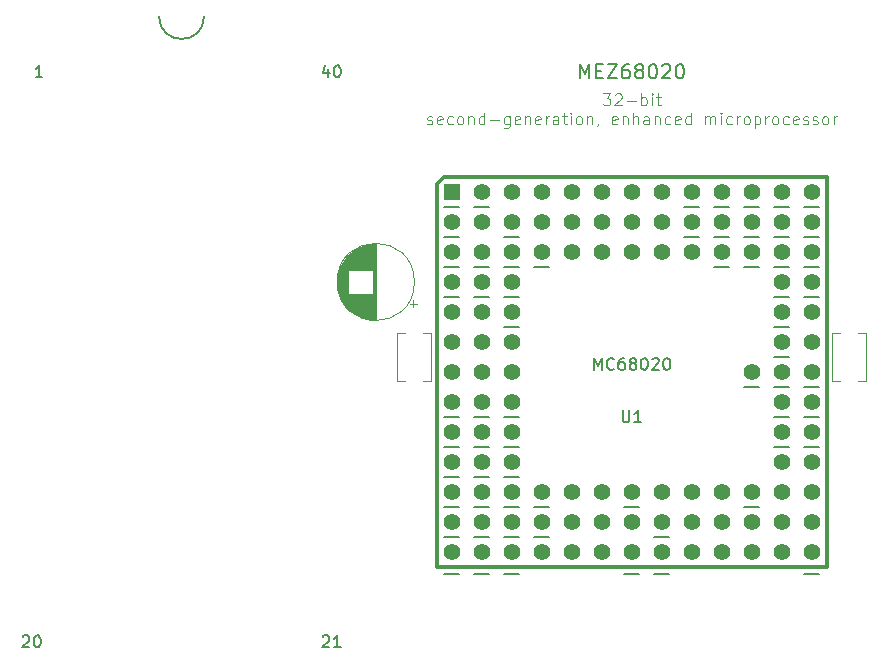
<source format=gto>
G04 #@! TF.GenerationSoftware,KiCad,Pcbnew,8.0.3*
G04 #@! TF.CreationDate,2024-06-19T21:53:35+09:00*
G04 #@! TF.ProjectId,MEZ68020,4d455a36-3830-4323-902e-6b696361645f,A*
G04 #@! TF.SameCoordinates,PX5f5e100PY8f0d180*
G04 #@! TF.FileFunction,Legend,Top*
G04 #@! TF.FilePolarity,Positive*
%FSLAX46Y46*%
G04 Gerber Fmt 4.6, Leading zero omitted, Abs format (unit mm)*
G04 Created by KiCad (PCBNEW 8.0.3) date 2024-06-19 21:53:35*
%MOMM*%
%LPD*%
G01*
G04 APERTURE LIST*
%ADD10C,0.150000*%
%ADD11C,0.200000*%
%ADD12C,0.125000*%
%ADD13C,0.203200*%
%ADD14C,0.304800*%
%ADD15C,0.120000*%
%ADD16R,1.397000X1.397000*%
%ADD17C,1.397000*%
G04 APERTURE END LIST*
D10*
X56515000Y41275000D02*
X57785000Y41275000D01*
X41275000Y18415000D02*
X42545000Y18415000D01*
X38735000Y10160000D02*
X40005000Y10160000D01*
X64135000Y20955000D02*
X65405000Y20955000D01*
X61595000Y26035000D02*
X62865000Y26035000D01*
X61595000Y41275000D02*
X62865000Y41275000D01*
X38735000Y36195000D02*
X40005000Y36195000D01*
X64135000Y28575000D02*
X65405000Y28575000D01*
X66675000Y20955000D02*
X67945000Y20955000D01*
X41275000Y13335000D02*
X42545000Y13335000D01*
X38735000Y15875000D02*
X40005000Y15875000D01*
X64135000Y38735000D02*
X65405000Y38735000D01*
X64135000Y41275000D02*
X65405000Y41275000D01*
X51435000Y15875000D02*
X52705000Y15875000D01*
X36195000Y23495000D02*
X37465000Y23495000D01*
X66675000Y41275000D02*
X67945000Y41275000D01*
X59055000Y41275000D02*
X60325000Y41275000D01*
X61595000Y36195000D02*
X62865000Y36195000D01*
X36195000Y36195000D02*
X37465000Y36195000D01*
X38735000Y18415000D02*
X40005000Y18415000D01*
X61595000Y38735000D02*
X62865000Y38735000D01*
X43815000Y13335000D02*
X45085000Y13335000D01*
X41275000Y15875000D02*
X42545000Y15875000D01*
X53975000Y13335000D02*
X55245000Y13335000D01*
X53975000Y10160000D02*
X55245000Y10160000D01*
X41275000Y38735000D02*
X42545000Y38735000D01*
X51435000Y10160000D02*
X52705000Y10160000D01*
X38735000Y33655000D02*
X40005000Y33655000D01*
X36195000Y20955000D02*
X37465000Y20955000D01*
X38735000Y41275000D02*
X40005000Y41275000D01*
X38735000Y13335000D02*
X40005000Y13335000D01*
X64135000Y23495000D02*
X65405000Y23495000D01*
X64135000Y31115000D02*
X65405000Y31115000D01*
X41275000Y33655000D02*
X42545000Y33655000D01*
X41275000Y20955000D02*
X42545000Y20955000D01*
X36195000Y10160000D02*
X37465000Y10160000D01*
X59055000Y38735000D02*
X60325000Y38735000D01*
X41275000Y10160000D02*
X42545000Y10160000D01*
X66675000Y38735000D02*
X67945000Y38735000D01*
X66675000Y10160000D02*
X67945000Y10160000D01*
X66675000Y36195000D02*
X67945000Y36195000D01*
X36195000Y15875000D02*
X37465000Y15875000D01*
X56515000Y38735000D02*
X57785000Y38735000D01*
X41275000Y36195000D02*
X42545000Y36195000D01*
X36195000Y41275000D02*
X37465000Y41275000D01*
X64135000Y33655000D02*
X65405000Y33655000D01*
X36195000Y18415000D02*
X37465000Y18415000D01*
X43815000Y15875000D02*
X45085000Y15875000D01*
X38735000Y23495000D02*
X40005000Y23495000D01*
X36195000Y33655000D02*
X37465000Y33655000D01*
X43815000Y36195000D02*
X45085000Y36195000D01*
X59055000Y36195000D02*
X60325000Y36195000D01*
X64135000Y36195000D02*
X65405000Y36195000D01*
X66675000Y23495000D02*
X67945000Y23495000D01*
X36195000Y13335000D02*
X37465000Y13335000D01*
X41275000Y23495000D02*
X42545000Y23495000D01*
X38735000Y20955000D02*
X40005000Y20955000D01*
X41275000Y31115000D02*
X42545000Y31115000D01*
X61595000Y15875000D02*
X62865000Y15875000D01*
X36195000Y38735000D02*
X37465000Y38735000D01*
X15875000Y57404000D02*
G75*
G02*
X12065000Y57404000I-1905000J0D01*
G01*
X64135000Y26035000D02*
X65405000Y26035000D01*
X66675000Y33655000D02*
X67945000Y33655000D01*
X66675000Y26035000D02*
X67945000Y26035000D01*
X508095Y4894943D02*
X555714Y4942562D01*
X555714Y4942562D02*
X650952Y4990181D01*
X650952Y4990181D02*
X889047Y4990181D01*
X889047Y4990181D02*
X984285Y4942562D01*
X984285Y4942562D02*
X1031904Y4894943D01*
X1031904Y4894943D02*
X1079523Y4799705D01*
X1079523Y4799705D02*
X1079523Y4704467D01*
X1079523Y4704467D02*
X1031904Y4561610D01*
X1031904Y4561610D02*
X460476Y3990181D01*
X460476Y3990181D02*
X1079523Y3990181D01*
X1698571Y4990181D02*
X1793809Y4990181D01*
X1793809Y4990181D02*
X1889047Y4942562D01*
X1889047Y4942562D02*
X1936666Y4894943D01*
X1936666Y4894943D02*
X1984285Y4799705D01*
X1984285Y4799705D02*
X2031904Y4609229D01*
X2031904Y4609229D02*
X2031904Y4371134D01*
X2031904Y4371134D02*
X1984285Y4180658D01*
X1984285Y4180658D02*
X1936666Y4085420D01*
X1936666Y4085420D02*
X1889047Y4037800D01*
X1889047Y4037800D02*
X1793809Y3990181D01*
X1793809Y3990181D02*
X1698571Y3990181D01*
X1698571Y3990181D02*
X1603333Y4037800D01*
X1603333Y4037800D02*
X1555714Y4085420D01*
X1555714Y4085420D02*
X1508095Y4180658D01*
X1508095Y4180658D02*
X1460476Y4371134D01*
X1460476Y4371134D02*
X1460476Y4609229D01*
X1460476Y4609229D02*
X1508095Y4799705D01*
X1508095Y4799705D02*
X1555714Y4894943D01*
X1555714Y4894943D02*
X1603333Y4942562D01*
X1603333Y4942562D02*
X1698571Y4990181D01*
X26384285Y52916848D02*
X26384285Y52250181D01*
X26146190Y53297800D02*
X25908095Y52583515D01*
X25908095Y52583515D02*
X26527142Y52583515D01*
X27098571Y53250181D02*
X27193809Y53250181D01*
X27193809Y53250181D02*
X27289047Y53202562D01*
X27289047Y53202562D02*
X27336666Y53154943D01*
X27336666Y53154943D02*
X27384285Y53059705D01*
X27384285Y53059705D02*
X27431904Y52869229D01*
X27431904Y52869229D02*
X27431904Y52631134D01*
X27431904Y52631134D02*
X27384285Y52440658D01*
X27384285Y52440658D02*
X27336666Y52345420D01*
X27336666Y52345420D02*
X27289047Y52297800D01*
X27289047Y52297800D02*
X27193809Y52250181D01*
X27193809Y52250181D02*
X27098571Y52250181D01*
X27098571Y52250181D02*
X27003333Y52297800D01*
X27003333Y52297800D02*
X26955714Y52345420D01*
X26955714Y52345420D02*
X26908095Y52440658D01*
X26908095Y52440658D02*
X26860476Y52631134D01*
X26860476Y52631134D02*
X26860476Y52869229D01*
X26860476Y52869229D02*
X26908095Y53059705D01*
X26908095Y53059705D02*
X26955714Y53154943D01*
X26955714Y53154943D02*
X27003333Y53202562D01*
X27003333Y53202562D02*
X27098571Y53250181D01*
X25908095Y4894943D02*
X25955714Y4942562D01*
X25955714Y4942562D02*
X26050952Y4990181D01*
X26050952Y4990181D02*
X26289047Y4990181D01*
X26289047Y4990181D02*
X26384285Y4942562D01*
X26384285Y4942562D02*
X26431904Y4894943D01*
X26431904Y4894943D02*
X26479523Y4799705D01*
X26479523Y4799705D02*
X26479523Y4704467D01*
X26479523Y4704467D02*
X26431904Y4561610D01*
X26431904Y4561610D02*
X25860476Y3990181D01*
X25860476Y3990181D02*
X26479523Y3990181D01*
X27431904Y3990181D02*
X26860476Y3990181D01*
X27146190Y3990181D02*
X27146190Y4990181D01*
X27146190Y4990181D02*
X27050952Y4847324D01*
X27050952Y4847324D02*
X26955714Y4752086D01*
X26955714Y4752086D02*
X26860476Y4704467D01*
D11*
X47698572Y52160258D02*
X47698572Y53360258D01*
X47698572Y53360258D02*
X48098572Y52503115D01*
X48098572Y52503115D02*
X48498572Y53360258D01*
X48498572Y53360258D02*
X48498572Y52160258D01*
X49070001Y52788829D02*
X49470001Y52788829D01*
X49641429Y52160258D02*
X49070001Y52160258D01*
X49070001Y52160258D02*
X49070001Y53360258D01*
X49070001Y53360258D02*
X49641429Y53360258D01*
X50041429Y53360258D02*
X50841429Y53360258D01*
X50841429Y53360258D02*
X50041429Y52160258D01*
X50041429Y52160258D02*
X50841429Y52160258D01*
X51812858Y53360258D02*
X51584286Y53360258D01*
X51584286Y53360258D02*
X51470000Y53303115D01*
X51470000Y53303115D02*
X51412858Y53245972D01*
X51412858Y53245972D02*
X51298572Y53074543D01*
X51298572Y53074543D02*
X51241429Y52845972D01*
X51241429Y52845972D02*
X51241429Y52388829D01*
X51241429Y52388829D02*
X51298572Y52274543D01*
X51298572Y52274543D02*
X51355715Y52217400D01*
X51355715Y52217400D02*
X51470000Y52160258D01*
X51470000Y52160258D02*
X51698572Y52160258D01*
X51698572Y52160258D02*
X51812858Y52217400D01*
X51812858Y52217400D02*
X51870000Y52274543D01*
X51870000Y52274543D02*
X51927143Y52388829D01*
X51927143Y52388829D02*
X51927143Y52674543D01*
X51927143Y52674543D02*
X51870000Y52788829D01*
X51870000Y52788829D02*
X51812858Y52845972D01*
X51812858Y52845972D02*
X51698572Y52903115D01*
X51698572Y52903115D02*
X51470000Y52903115D01*
X51470000Y52903115D02*
X51355715Y52845972D01*
X51355715Y52845972D02*
X51298572Y52788829D01*
X51298572Y52788829D02*
X51241429Y52674543D01*
X52612857Y52845972D02*
X52498572Y52903115D01*
X52498572Y52903115D02*
X52441429Y52960258D01*
X52441429Y52960258D02*
X52384286Y53074543D01*
X52384286Y53074543D02*
X52384286Y53131686D01*
X52384286Y53131686D02*
X52441429Y53245972D01*
X52441429Y53245972D02*
X52498572Y53303115D01*
X52498572Y53303115D02*
X52612857Y53360258D01*
X52612857Y53360258D02*
X52841429Y53360258D01*
X52841429Y53360258D02*
X52955715Y53303115D01*
X52955715Y53303115D02*
X53012857Y53245972D01*
X53012857Y53245972D02*
X53070000Y53131686D01*
X53070000Y53131686D02*
X53070000Y53074543D01*
X53070000Y53074543D02*
X53012857Y52960258D01*
X53012857Y52960258D02*
X52955715Y52903115D01*
X52955715Y52903115D02*
X52841429Y52845972D01*
X52841429Y52845972D02*
X52612857Y52845972D01*
X52612857Y52845972D02*
X52498572Y52788829D01*
X52498572Y52788829D02*
X52441429Y52731686D01*
X52441429Y52731686D02*
X52384286Y52617400D01*
X52384286Y52617400D02*
X52384286Y52388829D01*
X52384286Y52388829D02*
X52441429Y52274543D01*
X52441429Y52274543D02*
X52498572Y52217400D01*
X52498572Y52217400D02*
X52612857Y52160258D01*
X52612857Y52160258D02*
X52841429Y52160258D01*
X52841429Y52160258D02*
X52955715Y52217400D01*
X52955715Y52217400D02*
X53012857Y52274543D01*
X53012857Y52274543D02*
X53070000Y52388829D01*
X53070000Y52388829D02*
X53070000Y52617400D01*
X53070000Y52617400D02*
X53012857Y52731686D01*
X53012857Y52731686D02*
X52955715Y52788829D01*
X52955715Y52788829D02*
X52841429Y52845972D01*
X53812857Y53360258D02*
X53927143Y53360258D01*
X53927143Y53360258D02*
X54041429Y53303115D01*
X54041429Y53303115D02*
X54098572Y53245972D01*
X54098572Y53245972D02*
X54155714Y53131686D01*
X54155714Y53131686D02*
X54212857Y52903115D01*
X54212857Y52903115D02*
X54212857Y52617400D01*
X54212857Y52617400D02*
X54155714Y52388829D01*
X54155714Y52388829D02*
X54098572Y52274543D01*
X54098572Y52274543D02*
X54041429Y52217400D01*
X54041429Y52217400D02*
X53927143Y52160258D01*
X53927143Y52160258D02*
X53812857Y52160258D01*
X53812857Y52160258D02*
X53698572Y52217400D01*
X53698572Y52217400D02*
X53641429Y52274543D01*
X53641429Y52274543D02*
X53584286Y52388829D01*
X53584286Y52388829D02*
X53527143Y52617400D01*
X53527143Y52617400D02*
X53527143Y52903115D01*
X53527143Y52903115D02*
X53584286Y53131686D01*
X53584286Y53131686D02*
X53641429Y53245972D01*
X53641429Y53245972D02*
X53698572Y53303115D01*
X53698572Y53303115D02*
X53812857Y53360258D01*
X54670000Y53245972D02*
X54727143Y53303115D01*
X54727143Y53303115D02*
X54841429Y53360258D01*
X54841429Y53360258D02*
X55127143Y53360258D01*
X55127143Y53360258D02*
X55241429Y53303115D01*
X55241429Y53303115D02*
X55298571Y53245972D01*
X55298571Y53245972D02*
X55355714Y53131686D01*
X55355714Y53131686D02*
X55355714Y53017400D01*
X55355714Y53017400D02*
X55298571Y52845972D01*
X55298571Y52845972D02*
X54612857Y52160258D01*
X54612857Y52160258D02*
X55355714Y52160258D01*
X56098571Y53360258D02*
X56212857Y53360258D01*
X56212857Y53360258D02*
X56327143Y53303115D01*
X56327143Y53303115D02*
X56384286Y53245972D01*
X56384286Y53245972D02*
X56441428Y53131686D01*
X56441428Y53131686D02*
X56498571Y52903115D01*
X56498571Y52903115D02*
X56498571Y52617400D01*
X56498571Y52617400D02*
X56441428Y52388829D01*
X56441428Y52388829D02*
X56384286Y52274543D01*
X56384286Y52274543D02*
X56327143Y52217400D01*
X56327143Y52217400D02*
X56212857Y52160258D01*
X56212857Y52160258D02*
X56098571Y52160258D01*
X56098571Y52160258D02*
X55984286Y52217400D01*
X55984286Y52217400D02*
X55927143Y52274543D01*
X55927143Y52274543D02*
X55870000Y52388829D01*
X55870000Y52388829D02*
X55812857Y52617400D01*
X55812857Y52617400D02*
X55812857Y52903115D01*
X55812857Y52903115D02*
X55870000Y53131686D01*
X55870000Y53131686D02*
X55927143Y53245972D01*
X55927143Y53245972D02*
X55984286Y53303115D01*
X55984286Y53303115D02*
X56098571Y53360258D01*
D10*
X48855714Y27485181D02*
X48855714Y28485181D01*
X48855714Y28485181D02*
X49189047Y27770896D01*
X49189047Y27770896D02*
X49522380Y28485181D01*
X49522380Y28485181D02*
X49522380Y27485181D01*
X50569999Y27580420D02*
X50522380Y27532800D01*
X50522380Y27532800D02*
X50379523Y27485181D01*
X50379523Y27485181D02*
X50284285Y27485181D01*
X50284285Y27485181D02*
X50141428Y27532800D01*
X50141428Y27532800D02*
X50046190Y27628039D01*
X50046190Y27628039D02*
X49998571Y27723277D01*
X49998571Y27723277D02*
X49950952Y27913753D01*
X49950952Y27913753D02*
X49950952Y28056610D01*
X49950952Y28056610D02*
X49998571Y28247086D01*
X49998571Y28247086D02*
X50046190Y28342324D01*
X50046190Y28342324D02*
X50141428Y28437562D01*
X50141428Y28437562D02*
X50284285Y28485181D01*
X50284285Y28485181D02*
X50379523Y28485181D01*
X50379523Y28485181D02*
X50522380Y28437562D01*
X50522380Y28437562D02*
X50569999Y28389943D01*
X51427142Y28485181D02*
X51236666Y28485181D01*
X51236666Y28485181D02*
X51141428Y28437562D01*
X51141428Y28437562D02*
X51093809Y28389943D01*
X51093809Y28389943D02*
X50998571Y28247086D01*
X50998571Y28247086D02*
X50950952Y28056610D01*
X50950952Y28056610D02*
X50950952Y27675658D01*
X50950952Y27675658D02*
X50998571Y27580420D01*
X50998571Y27580420D02*
X51046190Y27532800D01*
X51046190Y27532800D02*
X51141428Y27485181D01*
X51141428Y27485181D02*
X51331904Y27485181D01*
X51331904Y27485181D02*
X51427142Y27532800D01*
X51427142Y27532800D02*
X51474761Y27580420D01*
X51474761Y27580420D02*
X51522380Y27675658D01*
X51522380Y27675658D02*
X51522380Y27913753D01*
X51522380Y27913753D02*
X51474761Y28008991D01*
X51474761Y28008991D02*
X51427142Y28056610D01*
X51427142Y28056610D02*
X51331904Y28104229D01*
X51331904Y28104229D02*
X51141428Y28104229D01*
X51141428Y28104229D02*
X51046190Y28056610D01*
X51046190Y28056610D02*
X50998571Y28008991D01*
X50998571Y28008991D02*
X50950952Y27913753D01*
X52093809Y28056610D02*
X51998571Y28104229D01*
X51998571Y28104229D02*
X51950952Y28151848D01*
X51950952Y28151848D02*
X51903333Y28247086D01*
X51903333Y28247086D02*
X51903333Y28294705D01*
X51903333Y28294705D02*
X51950952Y28389943D01*
X51950952Y28389943D02*
X51998571Y28437562D01*
X51998571Y28437562D02*
X52093809Y28485181D01*
X52093809Y28485181D02*
X52284285Y28485181D01*
X52284285Y28485181D02*
X52379523Y28437562D01*
X52379523Y28437562D02*
X52427142Y28389943D01*
X52427142Y28389943D02*
X52474761Y28294705D01*
X52474761Y28294705D02*
X52474761Y28247086D01*
X52474761Y28247086D02*
X52427142Y28151848D01*
X52427142Y28151848D02*
X52379523Y28104229D01*
X52379523Y28104229D02*
X52284285Y28056610D01*
X52284285Y28056610D02*
X52093809Y28056610D01*
X52093809Y28056610D02*
X51998571Y28008991D01*
X51998571Y28008991D02*
X51950952Y27961372D01*
X51950952Y27961372D02*
X51903333Y27866134D01*
X51903333Y27866134D02*
X51903333Y27675658D01*
X51903333Y27675658D02*
X51950952Y27580420D01*
X51950952Y27580420D02*
X51998571Y27532800D01*
X51998571Y27532800D02*
X52093809Y27485181D01*
X52093809Y27485181D02*
X52284285Y27485181D01*
X52284285Y27485181D02*
X52379523Y27532800D01*
X52379523Y27532800D02*
X52427142Y27580420D01*
X52427142Y27580420D02*
X52474761Y27675658D01*
X52474761Y27675658D02*
X52474761Y27866134D01*
X52474761Y27866134D02*
X52427142Y27961372D01*
X52427142Y27961372D02*
X52379523Y28008991D01*
X52379523Y28008991D02*
X52284285Y28056610D01*
X53093809Y28485181D02*
X53189047Y28485181D01*
X53189047Y28485181D02*
X53284285Y28437562D01*
X53284285Y28437562D02*
X53331904Y28389943D01*
X53331904Y28389943D02*
X53379523Y28294705D01*
X53379523Y28294705D02*
X53427142Y28104229D01*
X53427142Y28104229D02*
X53427142Y27866134D01*
X53427142Y27866134D02*
X53379523Y27675658D01*
X53379523Y27675658D02*
X53331904Y27580420D01*
X53331904Y27580420D02*
X53284285Y27532800D01*
X53284285Y27532800D02*
X53189047Y27485181D01*
X53189047Y27485181D02*
X53093809Y27485181D01*
X53093809Y27485181D02*
X52998571Y27532800D01*
X52998571Y27532800D02*
X52950952Y27580420D01*
X52950952Y27580420D02*
X52903333Y27675658D01*
X52903333Y27675658D02*
X52855714Y27866134D01*
X52855714Y27866134D02*
X52855714Y28104229D01*
X52855714Y28104229D02*
X52903333Y28294705D01*
X52903333Y28294705D02*
X52950952Y28389943D01*
X52950952Y28389943D02*
X52998571Y28437562D01*
X52998571Y28437562D02*
X53093809Y28485181D01*
X53808095Y28389943D02*
X53855714Y28437562D01*
X53855714Y28437562D02*
X53950952Y28485181D01*
X53950952Y28485181D02*
X54189047Y28485181D01*
X54189047Y28485181D02*
X54284285Y28437562D01*
X54284285Y28437562D02*
X54331904Y28389943D01*
X54331904Y28389943D02*
X54379523Y28294705D01*
X54379523Y28294705D02*
X54379523Y28199467D01*
X54379523Y28199467D02*
X54331904Y28056610D01*
X54331904Y28056610D02*
X53760476Y27485181D01*
X53760476Y27485181D02*
X54379523Y27485181D01*
X54998571Y28485181D02*
X55093809Y28485181D01*
X55093809Y28485181D02*
X55189047Y28437562D01*
X55189047Y28437562D02*
X55236666Y28389943D01*
X55236666Y28389943D02*
X55284285Y28294705D01*
X55284285Y28294705D02*
X55331904Y28104229D01*
X55331904Y28104229D02*
X55331904Y27866134D01*
X55331904Y27866134D02*
X55284285Y27675658D01*
X55284285Y27675658D02*
X55236666Y27580420D01*
X55236666Y27580420D02*
X55189047Y27532800D01*
X55189047Y27532800D02*
X55093809Y27485181D01*
X55093809Y27485181D02*
X54998571Y27485181D01*
X54998571Y27485181D02*
X54903333Y27532800D01*
X54903333Y27532800D02*
X54855714Y27580420D01*
X54855714Y27580420D02*
X54808095Y27675658D01*
X54808095Y27675658D02*
X54760476Y27866134D01*
X54760476Y27866134D02*
X54760476Y28104229D01*
X54760476Y28104229D02*
X54808095Y28294705D01*
X54808095Y28294705D02*
X54855714Y28389943D01*
X54855714Y28389943D02*
X54903333Y28437562D01*
X54903333Y28437562D02*
X54998571Y28485181D01*
X2190714Y52250181D02*
X1619286Y52250181D01*
X1905000Y52250181D02*
X1905000Y53250181D01*
X1905000Y53250181D02*
X1809762Y53107324D01*
X1809762Y53107324D02*
X1714524Y53012086D01*
X1714524Y53012086D02*
X1619286Y52964467D01*
D12*
X49665238Y50878853D02*
X50284285Y50878853D01*
X50284285Y50878853D02*
X49950952Y50497901D01*
X49950952Y50497901D02*
X50093809Y50497901D01*
X50093809Y50497901D02*
X50189047Y50450282D01*
X50189047Y50450282D02*
X50236666Y50402663D01*
X50236666Y50402663D02*
X50284285Y50307425D01*
X50284285Y50307425D02*
X50284285Y50069330D01*
X50284285Y50069330D02*
X50236666Y49974092D01*
X50236666Y49974092D02*
X50189047Y49926472D01*
X50189047Y49926472D02*
X50093809Y49878853D01*
X50093809Y49878853D02*
X49808095Y49878853D01*
X49808095Y49878853D02*
X49712857Y49926472D01*
X49712857Y49926472D02*
X49665238Y49974092D01*
X50665238Y50783615D02*
X50712857Y50831234D01*
X50712857Y50831234D02*
X50808095Y50878853D01*
X50808095Y50878853D02*
X51046190Y50878853D01*
X51046190Y50878853D02*
X51141428Y50831234D01*
X51141428Y50831234D02*
X51189047Y50783615D01*
X51189047Y50783615D02*
X51236666Y50688377D01*
X51236666Y50688377D02*
X51236666Y50593139D01*
X51236666Y50593139D02*
X51189047Y50450282D01*
X51189047Y50450282D02*
X50617619Y49878853D01*
X50617619Y49878853D02*
X51236666Y49878853D01*
X51665238Y50259806D02*
X52427143Y50259806D01*
X52903333Y49878853D02*
X52903333Y50878853D01*
X52903333Y50497901D02*
X52998571Y50545520D01*
X52998571Y50545520D02*
X53189047Y50545520D01*
X53189047Y50545520D02*
X53284285Y50497901D01*
X53284285Y50497901D02*
X53331904Y50450282D01*
X53331904Y50450282D02*
X53379523Y50355044D01*
X53379523Y50355044D02*
X53379523Y50069330D01*
X53379523Y50069330D02*
X53331904Y49974092D01*
X53331904Y49974092D02*
X53284285Y49926472D01*
X53284285Y49926472D02*
X53189047Y49878853D01*
X53189047Y49878853D02*
X52998571Y49878853D01*
X52998571Y49878853D02*
X52903333Y49926472D01*
X53808095Y49878853D02*
X53808095Y50545520D01*
X53808095Y50878853D02*
X53760476Y50831234D01*
X53760476Y50831234D02*
X53808095Y50783615D01*
X53808095Y50783615D02*
X53855714Y50831234D01*
X53855714Y50831234D02*
X53808095Y50878853D01*
X53808095Y50878853D02*
X53808095Y50783615D01*
X54141428Y50545520D02*
X54522380Y50545520D01*
X54284285Y50878853D02*
X54284285Y50021711D01*
X54284285Y50021711D02*
X54331904Y49926472D01*
X54331904Y49926472D02*
X54427142Y49878853D01*
X54427142Y49878853D02*
X54522380Y49878853D01*
X34784284Y48316528D02*
X34879522Y48268909D01*
X34879522Y48268909D02*
X35069998Y48268909D01*
X35069998Y48268909D02*
X35165236Y48316528D01*
X35165236Y48316528D02*
X35212855Y48411767D01*
X35212855Y48411767D02*
X35212855Y48459386D01*
X35212855Y48459386D02*
X35165236Y48554624D01*
X35165236Y48554624D02*
X35069998Y48602243D01*
X35069998Y48602243D02*
X34927141Y48602243D01*
X34927141Y48602243D02*
X34831903Y48649862D01*
X34831903Y48649862D02*
X34784284Y48745100D01*
X34784284Y48745100D02*
X34784284Y48792719D01*
X34784284Y48792719D02*
X34831903Y48887957D01*
X34831903Y48887957D02*
X34927141Y48935576D01*
X34927141Y48935576D02*
X35069998Y48935576D01*
X35069998Y48935576D02*
X35165236Y48887957D01*
X36022379Y48316528D02*
X35927141Y48268909D01*
X35927141Y48268909D02*
X35736665Y48268909D01*
X35736665Y48268909D02*
X35641427Y48316528D01*
X35641427Y48316528D02*
X35593808Y48411767D01*
X35593808Y48411767D02*
X35593808Y48792719D01*
X35593808Y48792719D02*
X35641427Y48887957D01*
X35641427Y48887957D02*
X35736665Y48935576D01*
X35736665Y48935576D02*
X35927141Y48935576D01*
X35927141Y48935576D02*
X36022379Y48887957D01*
X36022379Y48887957D02*
X36069998Y48792719D01*
X36069998Y48792719D02*
X36069998Y48697481D01*
X36069998Y48697481D02*
X35593808Y48602243D01*
X36927141Y48316528D02*
X36831903Y48268909D01*
X36831903Y48268909D02*
X36641427Y48268909D01*
X36641427Y48268909D02*
X36546189Y48316528D01*
X36546189Y48316528D02*
X36498570Y48364148D01*
X36498570Y48364148D02*
X36450951Y48459386D01*
X36450951Y48459386D02*
X36450951Y48745100D01*
X36450951Y48745100D02*
X36498570Y48840338D01*
X36498570Y48840338D02*
X36546189Y48887957D01*
X36546189Y48887957D02*
X36641427Y48935576D01*
X36641427Y48935576D02*
X36831903Y48935576D01*
X36831903Y48935576D02*
X36927141Y48887957D01*
X37498570Y48268909D02*
X37403332Y48316528D01*
X37403332Y48316528D02*
X37355713Y48364148D01*
X37355713Y48364148D02*
X37308094Y48459386D01*
X37308094Y48459386D02*
X37308094Y48745100D01*
X37308094Y48745100D02*
X37355713Y48840338D01*
X37355713Y48840338D02*
X37403332Y48887957D01*
X37403332Y48887957D02*
X37498570Y48935576D01*
X37498570Y48935576D02*
X37641427Y48935576D01*
X37641427Y48935576D02*
X37736665Y48887957D01*
X37736665Y48887957D02*
X37784284Y48840338D01*
X37784284Y48840338D02*
X37831903Y48745100D01*
X37831903Y48745100D02*
X37831903Y48459386D01*
X37831903Y48459386D02*
X37784284Y48364148D01*
X37784284Y48364148D02*
X37736665Y48316528D01*
X37736665Y48316528D02*
X37641427Y48268909D01*
X37641427Y48268909D02*
X37498570Y48268909D01*
X38260475Y48935576D02*
X38260475Y48268909D01*
X38260475Y48840338D02*
X38308094Y48887957D01*
X38308094Y48887957D02*
X38403332Y48935576D01*
X38403332Y48935576D02*
X38546189Y48935576D01*
X38546189Y48935576D02*
X38641427Y48887957D01*
X38641427Y48887957D02*
X38689046Y48792719D01*
X38689046Y48792719D02*
X38689046Y48268909D01*
X39593808Y48268909D02*
X39593808Y49268909D01*
X39593808Y48316528D02*
X39498570Y48268909D01*
X39498570Y48268909D02*
X39308094Y48268909D01*
X39308094Y48268909D02*
X39212856Y48316528D01*
X39212856Y48316528D02*
X39165237Y48364148D01*
X39165237Y48364148D02*
X39117618Y48459386D01*
X39117618Y48459386D02*
X39117618Y48745100D01*
X39117618Y48745100D02*
X39165237Y48840338D01*
X39165237Y48840338D02*
X39212856Y48887957D01*
X39212856Y48887957D02*
X39308094Y48935576D01*
X39308094Y48935576D02*
X39498570Y48935576D01*
X39498570Y48935576D02*
X39593808Y48887957D01*
X40069999Y48649862D02*
X40831904Y48649862D01*
X41736665Y48935576D02*
X41736665Y48126052D01*
X41736665Y48126052D02*
X41689046Y48030814D01*
X41689046Y48030814D02*
X41641427Y47983195D01*
X41641427Y47983195D02*
X41546189Y47935576D01*
X41546189Y47935576D02*
X41403332Y47935576D01*
X41403332Y47935576D02*
X41308094Y47983195D01*
X41736665Y48316528D02*
X41641427Y48268909D01*
X41641427Y48268909D02*
X41450951Y48268909D01*
X41450951Y48268909D02*
X41355713Y48316528D01*
X41355713Y48316528D02*
X41308094Y48364148D01*
X41308094Y48364148D02*
X41260475Y48459386D01*
X41260475Y48459386D02*
X41260475Y48745100D01*
X41260475Y48745100D02*
X41308094Y48840338D01*
X41308094Y48840338D02*
X41355713Y48887957D01*
X41355713Y48887957D02*
X41450951Y48935576D01*
X41450951Y48935576D02*
X41641427Y48935576D01*
X41641427Y48935576D02*
X41736665Y48887957D01*
X42593808Y48316528D02*
X42498570Y48268909D01*
X42498570Y48268909D02*
X42308094Y48268909D01*
X42308094Y48268909D02*
X42212856Y48316528D01*
X42212856Y48316528D02*
X42165237Y48411767D01*
X42165237Y48411767D02*
X42165237Y48792719D01*
X42165237Y48792719D02*
X42212856Y48887957D01*
X42212856Y48887957D02*
X42308094Y48935576D01*
X42308094Y48935576D02*
X42498570Y48935576D01*
X42498570Y48935576D02*
X42593808Y48887957D01*
X42593808Y48887957D02*
X42641427Y48792719D01*
X42641427Y48792719D02*
X42641427Y48697481D01*
X42641427Y48697481D02*
X42165237Y48602243D01*
X43069999Y48935576D02*
X43069999Y48268909D01*
X43069999Y48840338D02*
X43117618Y48887957D01*
X43117618Y48887957D02*
X43212856Y48935576D01*
X43212856Y48935576D02*
X43355713Y48935576D01*
X43355713Y48935576D02*
X43450951Y48887957D01*
X43450951Y48887957D02*
X43498570Y48792719D01*
X43498570Y48792719D02*
X43498570Y48268909D01*
X44355713Y48316528D02*
X44260475Y48268909D01*
X44260475Y48268909D02*
X44069999Y48268909D01*
X44069999Y48268909D02*
X43974761Y48316528D01*
X43974761Y48316528D02*
X43927142Y48411767D01*
X43927142Y48411767D02*
X43927142Y48792719D01*
X43927142Y48792719D02*
X43974761Y48887957D01*
X43974761Y48887957D02*
X44069999Y48935576D01*
X44069999Y48935576D02*
X44260475Y48935576D01*
X44260475Y48935576D02*
X44355713Y48887957D01*
X44355713Y48887957D02*
X44403332Y48792719D01*
X44403332Y48792719D02*
X44403332Y48697481D01*
X44403332Y48697481D02*
X43927142Y48602243D01*
X44831904Y48268909D02*
X44831904Y48935576D01*
X44831904Y48745100D02*
X44879523Y48840338D01*
X44879523Y48840338D02*
X44927142Y48887957D01*
X44927142Y48887957D02*
X45022380Y48935576D01*
X45022380Y48935576D02*
X45117618Y48935576D01*
X45879523Y48268909D02*
X45879523Y48792719D01*
X45879523Y48792719D02*
X45831904Y48887957D01*
X45831904Y48887957D02*
X45736666Y48935576D01*
X45736666Y48935576D02*
X45546190Y48935576D01*
X45546190Y48935576D02*
X45450952Y48887957D01*
X45879523Y48316528D02*
X45784285Y48268909D01*
X45784285Y48268909D02*
X45546190Y48268909D01*
X45546190Y48268909D02*
X45450952Y48316528D01*
X45450952Y48316528D02*
X45403333Y48411767D01*
X45403333Y48411767D02*
X45403333Y48507005D01*
X45403333Y48507005D02*
X45450952Y48602243D01*
X45450952Y48602243D02*
X45546190Y48649862D01*
X45546190Y48649862D02*
X45784285Y48649862D01*
X45784285Y48649862D02*
X45879523Y48697481D01*
X46212857Y48935576D02*
X46593809Y48935576D01*
X46355714Y49268909D02*
X46355714Y48411767D01*
X46355714Y48411767D02*
X46403333Y48316528D01*
X46403333Y48316528D02*
X46498571Y48268909D01*
X46498571Y48268909D02*
X46593809Y48268909D01*
X46927143Y48268909D02*
X46927143Y48935576D01*
X46927143Y49268909D02*
X46879524Y49221290D01*
X46879524Y49221290D02*
X46927143Y49173671D01*
X46927143Y49173671D02*
X46974762Y49221290D01*
X46974762Y49221290D02*
X46927143Y49268909D01*
X46927143Y49268909D02*
X46927143Y49173671D01*
X47546190Y48268909D02*
X47450952Y48316528D01*
X47450952Y48316528D02*
X47403333Y48364148D01*
X47403333Y48364148D02*
X47355714Y48459386D01*
X47355714Y48459386D02*
X47355714Y48745100D01*
X47355714Y48745100D02*
X47403333Y48840338D01*
X47403333Y48840338D02*
X47450952Y48887957D01*
X47450952Y48887957D02*
X47546190Y48935576D01*
X47546190Y48935576D02*
X47689047Y48935576D01*
X47689047Y48935576D02*
X47784285Y48887957D01*
X47784285Y48887957D02*
X47831904Y48840338D01*
X47831904Y48840338D02*
X47879523Y48745100D01*
X47879523Y48745100D02*
X47879523Y48459386D01*
X47879523Y48459386D02*
X47831904Y48364148D01*
X47831904Y48364148D02*
X47784285Y48316528D01*
X47784285Y48316528D02*
X47689047Y48268909D01*
X47689047Y48268909D02*
X47546190Y48268909D01*
X48308095Y48935576D02*
X48308095Y48268909D01*
X48308095Y48840338D02*
X48355714Y48887957D01*
X48355714Y48887957D02*
X48450952Y48935576D01*
X48450952Y48935576D02*
X48593809Y48935576D01*
X48593809Y48935576D02*
X48689047Y48887957D01*
X48689047Y48887957D02*
X48736666Y48792719D01*
X48736666Y48792719D02*
X48736666Y48268909D01*
X49260476Y48316528D02*
X49260476Y48268909D01*
X49260476Y48268909D02*
X49212857Y48173671D01*
X49212857Y48173671D02*
X49165238Y48126052D01*
X50831904Y48316528D02*
X50736666Y48268909D01*
X50736666Y48268909D02*
X50546190Y48268909D01*
X50546190Y48268909D02*
X50450952Y48316528D01*
X50450952Y48316528D02*
X50403333Y48411767D01*
X50403333Y48411767D02*
X50403333Y48792719D01*
X50403333Y48792719D02*
X50450952Y48887957D01*
X50450952Y48887957D02*
X50546190Y48935576D01*
X50546190Y48935576D02*
X50736666Y48935576D01*
X50736666Y48935576D02*
X50831904Y48887957D01*
X50831904Y48887957D02*
X50879523Y48792719D01*
X50879523Y48792719D02*
X50879523Y48697481D01*
X50879523Y48697481D02*
X50403333Y48602243D01*
X51308095Y48935576D02*
X51308095Y48268909D01*
X51308095Y48840338D02*
X51355714Y48887957D01*
X51355714Y48887957D02*
X51450952Y48935576D01*
X51450952Y48935576D02*
X51593809Y48935576D01*
X51593809Y48935576D02*
X51689047Y48887957D01*
X51689047Y48887957D02*
X51736666Y48792719D01*
X51736666Y48792719D02*
X51736666Y48268909D01*
X52212857Y48268909D02*
X52212857Y49268909D01*
X52641428Y48268909D02*
X52641428Y48792719D01*
X52641428Y48792719D02*
X52593809Y48887957D01*
X52593809Y48887957D02*
X52498571Y48935576D01*
X52498571Y48935576D02*
X52355714Y48935576D01*
X52355714Y48935576D02*
X52260476Y48887957D01*
X52260476Y48887957D02*
X52212857Y48840338D01*
X53546190Y48268909D02*
X53546190Y48792719D01*
X53546190Y48792719D02*
X53498571Y48887957D01*
X53498571Y48887957D02*
X53403333Y48935576D01*
X53403333Y48935576D02*
X53212857Y48935576D01*
X53212857Y48935576D02*
X53117619Y48887957D01*
X53546190Y48316528D02*
X53450952Y48268909D01*
X53450952Y48268909D02*
X53212857Y48268909D01*
X53212857Y48268909D02*
X53117619Y48316528D01*
X53117619Y48316528D02*
X53070000Y48411767D01*
X53070000Y48411767D02*
X53070000Y48507005D01*
X53070000Y48507005D02*
X53117619Y48602243D01*
X53117619Y48602243D02*
X53212857Y48649862D01*
X53212857Y48649862D02*
X53450952Y48649862D01*
X53450952Y48649862D02*
X53546190Y48697481D01*
X54022381Y48935576D02*
X54022381Y48268909D01*
X54022381Y48840338D02*
X54070000Y48887957D01*
X54070000Y48887957D02*
X54165238Y48935576D01*
X54165238Y48935576D02*
X54308095Y48935576D01*
X54308095Y48935576D02*
X54403333Y48887957D01*
X54403333Y48887957D02*
X54450952Y48792719D01*
X54450952Y48792719D02*
X54450952Y48268909D01*
X55355714Y48316528D02*
X55260476Y48268909D01*
X55260476Y48268909D02*
X55070000Y48268909D01*
X55070000Y48268909D02*
X54974762Y48316528D01*
X54974762Y48316528D02*
X54927143Y48364148D01*
X54927143Y48364148D02*
X54879524Y48459386D01*
X54879524Y48459386D02*
X54879524Y48745100D01*
X54879524Y48745100D02*
X54927143Y48840338D01*
X54927143Y48840338D02*
X54974762Y48887957D01*
X54974762Y48887957D02*
X55070000Y48935576D01*
X55070000Y48935576D02*
X55260476Y48935576D01*
X55260476Y48935576D02*
X55355714Y48887957D01*
X56165238Y48316528D02*
X56070000Y48268909D01*
X56070000Y48268909D02*
X55879524Y48268909D01*
X55879524Y48268909D02*
X55784286Y48316528D01*
X55784286Y48316528D02*
X55736667Y48411767D01*
X55736667Y48411767D02*
X55736667Y48792719D01*
X55736667Y48792719D02*
X55784286Y48887957D01*
X55784286Y48887957D02*
X55879524Y48935576D01*
X55879524Y48935576D02*
X56070000Y48935576D01*
X56070000Y48935576D02*
X56165238Y48887957D01*
X56165238Y48887957D02*
X56212857Y48792719D01*
X56212857Y48792719D02*
X56212857Y48697481D01*
X56212857Y48697481D02*
X55736667Y48602243D01*
X57070000Y48268909D02*
X57070000Y49268909D01*
X57070000Y48316528D02*
X56974762Y48268909D01*
X56974762Y48268909D02*
X56784286Y48268909D01*
X56784286Y48268909D02*
X56689048Y48316528D01*
X56689048Y48316528D02*
X56641429Y48364148D01*
X56641429Y48364148D02*
X56593810Y48459386D01*
X56593810Y48459386D02*
X56593810Y48745100D01*
X56593810Y48745100D02*
X56641429Y48840338D01*
X56641429Y48840338D02*
X56689048Y48887957D01*
X56689048Y48887957D02*
X56784286Y48935576D01*
X56784286Y48935576D02*
X56974762Y48935576D01*
X56974762Y48935576D02*
X57070000Y48887957D01*
X58308096Y48268909D02*
X58308096Y48935576D01*
X58308096Y48840338D02*
X58355715Y48887957D01*
X58355715Y48887957D02*
X58450953Y48935576D01*
X58450953Y48935576D02*
X58593810Y48935576D01*
X58593810Y48935576D02*
X58689048Y48887957D01*
X58689048Y48887957D02*
X58736667Y48792719D01*
X58736667Y48792719D02*
X58736667Y48268909D01*
X58736667Y48792719D02*
X58784286Y48887957D01*
X58784286Y48887957D02*
X58879524Y48935576D01*
X58879524Y48935576D02*
X59022381Y48935576D01*
X59022381Y48935576D02*
X59117620Y48887957D01*
X59117620Y48887957D02*
X59165239Y48792719D01*
X59165239Y48792719D02*
X59165239Y48268909D01*
X59641429Y48268909D02*
X59641429Y48935576D01*
X59641429Y49268909D02*
X59593810Y49221290D01*
X59593810Y49221290D02*
X59641429Y49173671D01*
X59641429Y49173671D02*
X59689048Y49221290D01*
X59689048Y49221290D02*
X59641429Y49268909D01*
X59641429Y49268909D02*
X59641429Y49173671D01*
X60546190Y48316528D02*
X60450952Y48268909D01*
X60450952Y48268909D02*
X60260476Y48268909D01*
X60260476Y48268909D02*
X60165238Y48316528D01*
X60165238Y48316528D02*
X60117619Y48364148D01*
X60117619Y48364148D02*
X60070000Y48459386D01*
X60070000Y48459386D02*
X60070000Y48745100D01*
X60070000Y48745100D02*
X60117619Y48840338D01*
X60117619Y48840338D02*
X60165238Y48887957D01*
X60165238Y48887957D02*
X60260476Y48935576D01*
X60260476Y48935576D02*
X60450952Y48935576D01*
X60450952Y48935576D02*
X60546190Y48887957D01*
X60974762Y48268909D02*
X60974762Y48935576D01*
X60974762Y48745100D02*
X61022381Y48840338D01*
X61022381Y48840338D02*
X61070000Y48887957D01*
X61070000Y48887957D02*
X61165238Y48935576D01*
X61165238Y48935576D02*
X61260476Y48935576D01*
X61736667Y48268909D02*
X61641429Y48316528D01*
X61641429Y48316528D02*
X61593810Y48364148D01*
X61593810Y48364148D02*
X61546191Y48459386D01*
X61546191Y48459386D02*
X61546191Y48745100D01*
X61546191Y48745100D02*
X61593810Y48840338D01*
X61593810Y48840338D02*
X61641429Y48887957D01*
X61641429Y48887957D02*
X61736667Y48935576D01*
X61736667Y48935576D02*
X61879524Y48935576D01*
X61879524Y48935576D02*
X61974762Y48887957D01*
X61974762Y48887957D02*
X62022381Y48840338D01*
X62022381Y48840338D02*
X62070000Y48745100D01*
X62070000Y48745100D02*
X62070000Y48459386D01*
X62070000Y48459386D02*
X62022381Y48364148D01*
X62022381Y48364148D02*
X61974762Y48316528D01*
X61974762Y48316528D02*
X61879524Y48268909D01*
X61879524Y48268909D02*
X61736667Y48268909D01*
X62498572Y48935576D02*
X62498572Y47935576D01*
X62498572Y48887957D02*
X62593810Y48935576D01*
X62593810Y48935576D02*
X62784286Y48935576D01*
X62784286Y48935576D02*
X62879524Y48887957D01*
X62879524Y48887957D02*
X62927143Y48840338D01*
X62927143Y48840338D02*
X62974762Y48745100D01*
X62974762Y48745100D02*
X62974762Y48459386D01*
X62974762Y48459386D02*
X62927143Y48364148D01*
X62927143Y48364148D02*
X62879524Y48316528D01*
X62879524Y48316528D02*
X62784286Y48268909D01*
X62784286Y48268909D02*
X62593810Y48268909D01*
X62593810Y48268909D02*
X62498572Y48316528D01*
X63403334Y48268909D02*
X63403334Y48935576D01*
X63403334Y48745100D02*
X63450953Y48840338D01*
X63450953Y48840338D02*
X63498572Y48887957D01*
X63498572Y48887957D02*
X63593810Y48935576D01*
X63593810Y48935576D02*
X63689048Y48935576D01*
X64165239Y48268909D02*
X64070001Y48316528D01*
X64070001Y48316528D02*
X64022382Y48364148D01*
X64022382Y48364148D02*
X63974763Y48459386D01*
X63974763Y48459386D02*
X63974763Y48745100D01*
X63974763Y48745100D02*
X64022382Y48840338D01*
X64022382Y48840338D02*
X64070001Y48887957D01*
X64070001Y48887957D02*
X64165239Y48935576D01*
X64165239Y48935576D02*
X64308096Y48935576D01*
X64308096Y48935576D02*
X64403334Y48887957D01*
X64403334Y48887957D02*
X64450953Y48840338D01*
X64450953Y48840338D02*
X64498572Y48745100D01*
X64498572Y48745100D02*
X64498572Y48459386D01*
X64498572Y48459386D02*
X64450953Y48364148D01*
X64450953Y48364148D02*
X64403334Y48316528D01*
X64403334Y48316528D02*
X64308096Y48268909D01*
X64308096Y48268909D02*
X64165239Y48268909D01*
X65355715Y48316528D02*
X65260477Y48268909D01*
X65260477Y48268909D02*
X65070001Y48268909D01*
X65070001Y48268909D02*
X64974763Y48316528D01*
X64974763Y48316528D02*
X64927144Y48364148D01*
X64927144Y48364148D02*
X64879525Y48459386D01*
X64879525Y48459386D02*
X64879525Y48745100D01*
X64879525Y48745100D02*
X64927144Y48840338D01*
X64927144Y48840338D02*
X64974763Y48887957D01*
X64974763Y48887957D02*
X65070001Y48935576D01*
X65070001Y48935576D02*
X65260477Y48935576D01*
X65260477Y48935576D02*
X65355715Y48887957D01*
X66165239Y48316528D02*
X66070001Y48268909D01*
X66070001Y48268909D02*
X65879525Y48268909D01*
X65879525Y48268909D02*
X65784287Y48316528D01*
X65784287Y48316528D02*
X65736668Y48411767D01*
X65736668Y48411767D02*
X65736668Y48792719D01*
X65736668Y48792719D02*
X65784287Y48887957D01*
X65784287Y48887957D02*
X65879525Y48935576D01*
X65879525Y48935576D02*
X66070001Y48935576D01*
X66070001Y48935576D02*
X66165239Y48887957D01*
X66165239Y48887957D02*
X66212858Y48792719D01*
X66212858Y48792719D02*
X66212858Y48697481D01*
X66212858Y48697481D02*
X65736668Y48602243D01*
X66593811Y48316528D02*
X66689049Y48268909D01*
X66689049Y48268909D02*
X66879525Y48268909D01*
X66879525Y48268909D02*
X66974763Y48316528D01*
X66974763Y48316528D02*
X67022382Y48411767D01*
X67022382Y48411767D02*
X67022382Y48459386D01*
X67022382Y48459386D02*
X66974763Y48554624D01*
X66974763Y48554624D02*
X66879525Y48602243D01*
X66879525Y48602243D02*
X66736668Y48602243D01*
X66736668Y48602243D02*
X66641430Y48649862D01*
X66641430Y48649862D02*
X66593811Y48745100D01*
X66593811Y48745100D02*
X66593811Y48792719D01*
X66593811Y48792719D02*
X66641430Y48887957D01*
X66641430Y48887957D02*
X66736668Y48935576D01*
X66736668Y48935576D02*
X66879525Y48935576D01*
X66879525Y48935576D02*
X66974763Y48887957D01*
X67403335Y48316528D02*
X67498573Y48268909D01*
X67498573Y48268909D02*
X67689049Y48268909D01*
X67689049Y48268909D02*
X67784287Y48316528D01*
X67784287Y48316528D02*
X67831906Y48411767D01*
X67831906Y48411767D02*
X67831906Y48459386D01*
X67831906Y48459386D02*
X67784287Y48554624D01*
X67784287Y48554624D02*
X67689049Y48602243D01*
X67689049Y48602243D02*
X67546192Y48602243D01*
X67546192Y48602243D02*
X67450954Y48649862D01*
X67450954Y48649862D02*
X67403335Y48745100D01*
X67403335Y48745100D02*
X67403335Y48792719D01*
X67403335Y48792719D02*
X67450954Y48887957D01*
X67450954Y48887957D02*
X67546192Y48935576D01*
X67546192Y48935576D02*
X67689049Y48935576D01*
X67689049Y48935576D02*
X67784287Y48887957D01*
X68403335Y48268909D02*
X68308097Y48316528D01*
X68308097Y48316528D02*
X68260478Y48364148D01*
X68260478Y48364148D02*
X68212859Y48459386D01*
X68212859Y48459386D02*
X68212859Y48745100D01*
X68212859Y48745100D02*
X68260478Y48840338D01*
X68260478Y48840338D02*
X68308097Y48887957D01*
X68308097Y48887957D02*
X68403335Y48935576D01*
X68403335Y48935576D02*
X68546192Y48935576D01*
X68546192Y48935576D02*
X68641430Y48887957D01*
X68641430Y48887957D02*
X68689049Y48840338D01*
X68689049Y48840338D02*
X68736668Y48745100D01*
X68736668Y48745100D02*
X68736668Y48459386D01*
X68736668Y48459386D02*
X68689049Y48364148D01*
X68689049Y48364148D02*
X68641430Y48316528D01*
X68641430Y48316528D02*
X68546192Y48268909D01*
X68546192Y48268909D02*
X68403335Y48268909D01*
X69165240Y48268909D02*
X69165240Y48935576D01*
X69165240Y48745100D02*
X69212859Y48840338D01*
X69212859Y48840338D02*
X69260478Y48887957D01*
X69260478Y48887957D02*
X69355716Y48935576D01*
X69355716Y48935576D02*
X69450954Y48935576D01*
D13*
X51308095Y24042948D02*
X51308095Y23233425D01*
X51308095Y23233425D02*
X51355714Y23138187D01*
X51355714Y23138187D02*
X51403333Y23090567D01*
X51403333Y23090567D02*
X51498571Y23042948D01*
X51498571Y23042948D02*
X51689047Y23042948D01*
X51689047Y23042948D02*
X51784285Y23090567D01*
X51784285Y23090567D02*
X51831904Y23138187D01*
X51831904Y23138187D02*
X51879523Y23233425D01*
X51879523Y23233425D02*
X51879523Y24042948D01*
X52879523Y23042948D02*
X52308095Y23042948D01*
X52593809Y23042948D02*
X52593809Y24042948D01*
X52593809Y24042948D02*
X52498571Y23900091D01*
X52498571Y23900091D02*
X52403333Y23804853D01*
X52403333Y23804853D02*
X52308095Y23757234D01*
D14*
X35560000Y43180000D02*
X36195000Y43815000D01*
X35560000Y42545000D02*
X35560000Y43180000D01*
X35560000Y42545000D02*
X35560000Y10795000D01*
X35560000Y10795000D02*
X68580000Y10795000D01*
X36195000Y43815000D02*
X36830000Y43815000D01*
X68580000Y43815000D02*
X36830000Y43815000D01*
X68580000Y10795000D02*
X68580000Y43815000D01*
D15*
X27171400Y34523000D02*
X27171400Y35327000D01*
X27211400Y34292000D02*
X27211400Y35558000D01*
X27251400Y34123000D02*
X27251400Y35727000D01*
X27291400Y33985000D02*
X27291400Y35865000D01*
X27331400Y33866000D02*
X27331400Y35984000D01*
X27371400Y33760000D02*
X27371400Y36090000D01*
X27411400Y33663000D02*
X27411400Y36187000D01*
X27451400Y33575000D02*
X27451400Y36275000D01*
X27491400Y33493000D02*
X27491400Y36357000D01*
X27531400Y33416000D02*
X27531400Y36434000D01*
X27571400Y33344000D02*
X27571400Y36506000D01*
X27611400Y33275000D02*
X27611400Y36575000D01*
X27651400Y33211000D02*
X27651400Y36639000D01*
X27691400Y33149000D02*
X27691400Y36701000D01*
X27731400Y33091000D02*
X27731400Y36759000D01*
X27771400Y33035000D02*
X27771400Y36815000D01*
X27811400Y32981000D02*
X27811400Y36869000D01*
X27851400Y32930000D02*
X27851400Y36920000D01*
X27891400Y32881000D02*
X27891400Y36969000D01*
X27931400Y32833000D02*
X27931400Y37017000D01*
X27971400Y32788000D02*
X27971400Y37062000D01*
X28011400Y32743000D02*
X28011400Y37107000D01*
X28051400Y32701000D02*
X28051400Y37149000D01*
X28091400Y32660000D02*
X28091400Y37190000D01*
X28131400Y35965000D02*
X28131400Y37230000D01*
X28131400Y32620000D02*
X28131400Y33885000D01*
X28171400Y35965000D02*
X28171400Y37268000D01*
X28171400Y32582000D02*
X28171400Y33885000D01*
X28211400Y35965000D02*
X28211400Y37305000D01*
X28211400Y32545000D02*
X28211400Y33885000D01*
X28251400Y35965000D02*
X28251400Y37341000D01*
X28251400Y32509000D02*
X28251400Y33885000D01*
X28291400Y35965000D02*
X28291400Y37375000D01*
X28291400Y32475000D02*
X28291400Y33885000D01*
X28331400Y35965000D02*
X28331400Y37409000D01*
X28331400Y32441000D02*
X28331400Y33885000D01*
X28371400Y35965000D02*
X28371400Y37441000D01*
X28371400Y32409000D02*
X28371400Y33885000D01*
X28411400Y35965000D02*
X28411400Y37473000D01*
X28411400Y32377000D02*
X28411400Y33885000D01*
X28451400Y35965000D02*
X28451400Y37503000D01*
X28451400Y32347000D02*
X28451400Y33885000D01*
X28491400Y35965000D02*
X28491400Y37532000D01*
X28491400Y32318000D02*
X28491400Y33885000D01*
X28531400Y35965000D02*
X28531400Y37561000D01*
X28531400Y32289000D02*
X28531400Y33885000D01*
X28571400Y35965000D02*
X28571400Y37589000D01*
X28571400Y32261000D02*
X28571400Y33885000D01*
X28611400Y35965000D02*
X28611400Y37615000D01*
X28611400Y32235000D02*
X28611400Y33885000D01*
X28651400Y35965000D02*
X28651400Y37641000D01*
X28651400Y32209000D02*
X28651400Y33885000D01*
X28691400Y35965000D02*
X28691400Y37667000D01*
X28691400Y32183000D02*
X28691400Y33885000D01*
X28731400Y35965000D02*
X28731400Y37691000D01*
X28731400Y32159000D02*
X28731400Y33885000D01*
X28771400Y35965000D02*
X28771400Y37715000D01*
X28771400Y32135000D02*
X28771400Y33885000D01*
X28811400Y35965000D02*
X28811400Y37737000D01*
X28811400Y32113000D02*
X28811400Y33885000D01*
X28851400Y35965000D02*
X28851400Y37759000D01*
X28851400Y32091000D02*
X28851400Y33885000D01*
X28891400Y35965000D02*
X28891400Y37781000D01*
X28891400Y32069000D02*
X28891400Y33885000D01*
X28931400Y35965000D02*
X28931400Y37801000D01*
X28931400Y32049000D02*
X28931400Y33885000D01*
X28971400Y35965000D02*
X28971400Y37821000D01*
X28971400Y32029000D02*
X28971400Y33885000D01*
X29011400Y35965000D02*
X29011400Y37841000D01*
X29011400Y32009000D02*
X29011400Y33885000D01*
X29051400Y35965000D02*
X29051400Y37859000D01*
X29051400Y31991000D02*
X29051400Y33885000D01*
X29091400Y35965000D02*
X29091400Y37877000D01*
X29091400Y31973000D02*
X29091400Y33885000D01*
X29131400Y35965000D02*
X29131400Y37895000D01*
X29131400Y31955000D02*
X29131400Y33885000D01*
X29171400Y35965000D02*
X29171400Y37911000D01*
X29171400Y31939000D02*
X29171400Y33885000D01*
X29211400Y35965000D02*
X29211400Y37927000D01*
X29211400Y31923000D02*
X29211400Y33885000D01*
X29251400Y35965000D02*
X29251400Y37943000D01*
X29251400Y31907000D02*
X29251400Y33885000D01*
X29291400Y35965000D02*
X29291400Y37958000D01*
X29291400Y31892000D02*
X29291400Y33885000D01*
X29331400Y35965000D02*
X29331400Y37972000D01*
X29331400Y31878000D02*
X29331400Y33885000D01*
X29371400Y35965000D02*
X29371400Y37986000D01*
X29371400Y31864000D02*
X29371400Y33885000D01*
X29411400Y35965000D02*
X29411400Y37999000D01*
X29411400Y31851000D02*
X29411400Y33885000D01*
X29451400Y35965000D02*
X29451400Y38011000D01*
X29451400Y31839000D02*
X29451400Y33885000D01*
X29491400Y35965000D02*
X29491400Y38023000D01*
X29491400Y31827000D02*
X29491400Y33885000D01*
X29531400Y35965000D02*
X29531400Y38035000D01*
X29531400Y31815000D02*
X29531400Y33885000D01*
X29571400Y35965000D02*
X29571400Y38046000D01*
X29571400Y31804000D02*
X29571400Y33885000D01*
X29611400Y35965000D02*
X29611400Y38056000D01*
X29611400Y31794000D02*
X29611400Y33885000D01*
X29651400Y35965000D02*
X29651400Y38066000D01*
X29651400Y31784000D02*
X29651400Y33885000D01*
X29691400Y35965000D02*
X29691400Y38075000D01*
X29691400Y31775000D02*
X29691400Y33885000D01*
X29732400Y35965000D02*
X29732400Y38084000D01*
X29732400Y31766000D02*
X29732400Y33885000D01*
X29772400Y35965000D02*
X29772400Y38092000D01*
X29772400Y31758000D02*
X29772400Y33885000D01*
X29812400Y35965000D02*
X29812400Y38100000D01*
X29812400Y31750000D02*
X29812400Y33885000D01*
X29852400Y35965000D02*
X29852400Y38107000D01*
X29852400Y31743000D02*
X29852400Y33885000D01*
X29892400Y35965000D02*
X29892400Y38114000D01*
X29892400Y31736000D02*
X29892400Y33885000D01*
X29932400Y35965000D02*
X29932400Y38120000D01*
X29932400Y31730000D02*
X29932400Y33885000D01*
X29972400Y35965000D02*
X29972400Y38126000D01*
X29972400Y31724000D02*
X29972400Y33885000D01*
X30012400Y35965000D02*
X30012400Y38131000D01*
X30012400Y31719000D02*
X30012400Y33885000D01*
X30052400Y35965000D02*
X30052400Y38136000D01*
X30052400Y31714000D02*
X30052400Y33885000D01*
X30092400Y35965000D02*
X30092400Y38140000D01*
X30092400Y31710000D02*
X30092400Y33885000D01*
X30132400Y35965000D02*
X30132400Y38143000D01*
X30132400Y31707000D02*
X30132400Y33885000D01*
X30172400Y35965000D02*
X30172400Y38147000D01*
X30172400Y31703000D02*
X30172400Y33885000D01*
X30212400Y31701000D02*
X30212400Y38149000D01*
X30252400Y31698000D02*
X30252400Y38152000D01*
X30292400Y31697000D02*
X30292400Y38153000D01*
X30332400Y31695000D02*
X30332400Y38155000D01*
X30372400Y31695000D02*
X30372400Y38155000D01*
X30412400Y31695000D02*
X30412400Y38155000D01*
X33597641Y32771000D02*
X33597641Y33401000D01*
X33912641Y33086000D02*
X33282641Y33086000D01*
X33682400Y34925000D02*
G75*
G02*
X27142400Y34925000I-3270000J0D01*
G01*
X27142400Y34925000D02*
G75*
G02*
X33682400Y34925000I3270000J0D01*
G01*
X69065000Y30575000D02*
X69690000Y30575000D01*
X69065000Y26535000D02*
X69065000Y30575000D01*
X69065000Y26535000D02*
X69690000Y26535000D01*
X71280000Y30575000D02*
X71905000Y30575000D01*
X71280000Y26535000D02*
X71905000Y26535000D01*
X71905000Y26535000D02*
X71905000Y30575000D01*
X32235000Y30595000D02*
X32235000Y26555000D01*
X32860000Y30595000D02*
X32235000Y30595000D01*
X32860000Y26555000D02*
X32235000Y26555000D01*
X35075000Y30595000D02*
X34450000Y30595000D01*
X35075000Y30595000D02*
X35075000Y26555000D01*
X35075000Y26555000D02*
X34450000Y26555000D01*
D16*
X36830000Y42545000D03*
D17*
X39370000Y42545000D03*
X41910000Y42545000D03*
X44450000Y42545000D03*
X46990000Y42545000D03*
X49530000Y42545000D03*
X52070000Y42545000D03*
X54610000Y42545000D03*
X57150000Y42545000D03*
X59690000Y42545000D03*
X62230000Y42545000D03*
X64770000Y42545000D03*
X67310000Y42545000D03*
X36830000Y40005000D03*
X39370000Y40005000D03*
X41910000Y40005000D03*
X44450000Y40005000D03*
X46990000Y40005000D03*
X49530000Y40005000D03*
X52070000Y40005000D03*
X54610000Y40005000D03*
X57150000Y40005000D03*
X59690000Y40005000D03*
X62230000Y40005000D03*
X64770000Y40005000D03*
X67310000Y40005000D03*
X36830000Y37465000D03*
X39370000Y37465000D03*
X41910000Y37465000D03*
X44450000Y37465000D03*
X46990000Y37465000D03*
X49530000Y37465000D03*
X52070000Y37465000D03*
X54610000Y37465000D03*
X57150000Y37465000D03*
X59690000Y37465000D03*
X62230000Y37465000D03*
X64770000Y37465000D03*
X67310000Y37465000D03*
X36830000Y34925000D03*
X39370000Y34925000D03*
X41910000Y34925000D03*
X64770000Y34925000D03*
X67310000Y34925000D03*
X36830000Y32385000D03*
X39370000Y32385000D03*
X41910000Y32385000D03*
X64770000Y32385000D03*
X67310000Y32385000D03*
X36830000Y29845000D03*
X39370000Y29845000D03*
X41910000Y29845000D03*
X64770000Y29845000D03*
X67310000Y29845000D03*
X36830000Y27305000D03*
X39370000Y27305000D03*
X41910000Y27305000D03*
X62230000Y27305000D03*
X64770000Y27305000D03*
X67310000Y27305000D03*
X36830000Y24765000D03*
X39370000Y24765000D03*
X41910000Y24765000D03*
X64770000Y24765000D03*
X67310000Y24765000D03*
X36830000Y22225000D03*
X39370000Y22225000D03*
X41910000Y22225000D03*
X64770000Y22225000D03*
X67310000Y22225000D03*
X36830000Y19685000D03*
X39370000Y19685000D03*
X41910000Y19685000D03*
X64770000Y19685000D03*
X67310000Y19685000D03*
X36830000Y17145000D03*
X39370000Y17145000D03*
X41910000Y17145000D03*
X44450000Y17145000D03*
X46990000Y17145000D03*
X49530000Y17145000D03*
X52070000Y17145000D03*
X54610000Y17145000D03*
X57150000Y17145000D03*
X59690000Y17145000D03*
X62230000Y17145000D03*
X64770000Y17145000D03*
X67310000Y17145000D03*
X36830000Y14605000D03*
X39370000Y14605000D03*
X41910000Y14605000D03*
X44450000Y14605000D03*
X46990000Y14605000D03*
X49530000Y14605000D03*
X52070000Y14605000D03*
X54610000Y14605000D03*
X57150000Y14605000D03*
X59690000Y14605000D03*
X62230000Y14605000D03*
X64770000Y14605000D03*
X67310000Y14605000D03*
X36830000Y12065000D03*
X39370000Y12065000D03*
X41910000Y12065000D03*
X44450000Y12065000D03*
X46990000Y12065000D03*
X49530000Y12065000D03*
X52070000Y12065000D03*
X54610000Y12065000D03*
X57150000Y12065000D03*
X59690000Y12065000D03*
X62230000Y12065000D03*
X64770000Y12065000D03*
X67310000Y12065000D03*
M02*

</source>
